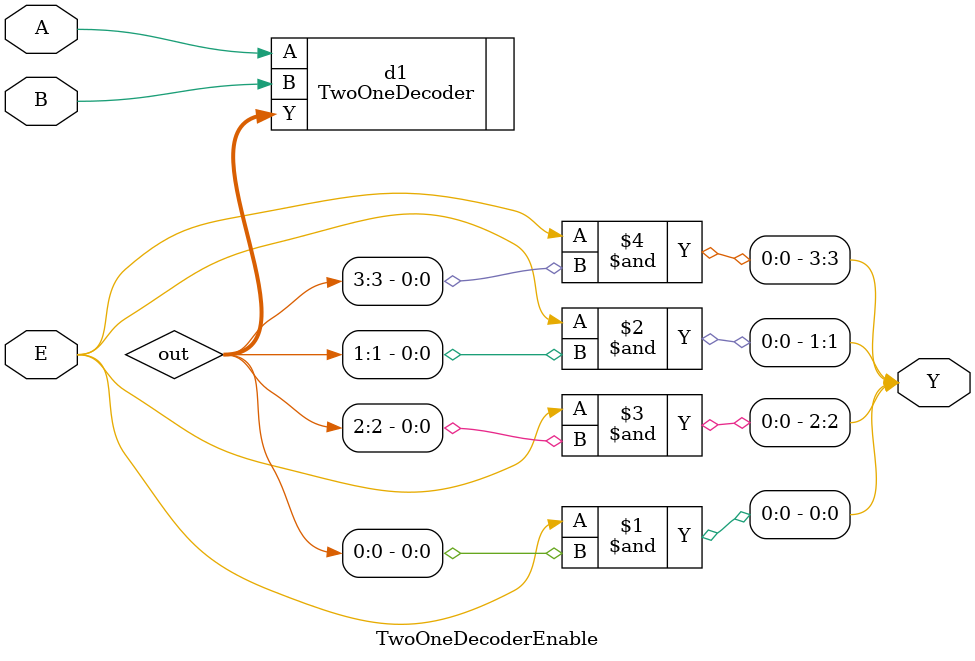
<source format=v>
`timescale 1ns / 1ps


module TwoOneDecoderEnable(
    input A,
    input B,
    input E,
    output [3:0]Y
    );
    //In the parenthesis is from the current file
    //Next to the period is from the referenced file
    wire [3:0]out;
    TwoOneDecoder d1(.A(A),.B(B),.Y(out)); 
    assign Y[0] = E & out[0];
    assign Y[1] = E & out[1];
    assign Y[2] = E & out[2];
    assign Y[3] = E & out[3];
endmodule

</source>
